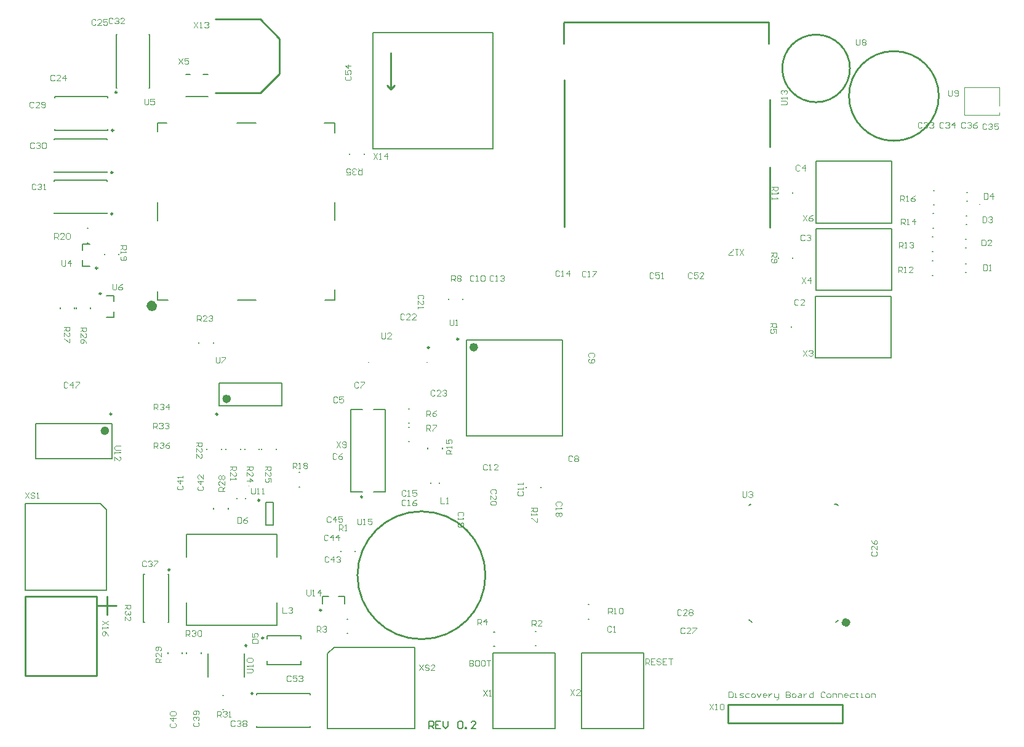
<source format=gto>
G04 Layer_Color=65535*
%FSLAX44Y44*%
%MOMM*%
G71*
G01*
G75*
%ADD53C,0.2500*%
%ADD73C,1.0000*%
%ADD74C,0.6000*%
%ADD75C,0.1000*%
%ADD76C,0.2540*%
%ADD77C,0.2000*%
D53*
X1531000Y1516000D02*
G03*
X1531000Y1516000I-1250J0D01*
G01*
X1604000Y858500D02*
G03*
X1604000Y858500I-1250J0D01*
G01*
X1718250Y688250D02*
G03*
X1718250Y688250I-1250J0D01*
G01*
X1732750Y764750D02*
G03*
X1732750Y764750I-1250J0D01*
G01*
X1504250Y1274000D02*
G03*
X1504250Y1274000I-1250J0D01*
G01*
X1709800Y754250D02*
G03*
X1709800Y754250I-1250J0D01*
G01*
X1727500Y954250D02*
G03*
X1727500Y954250I-1250J0D01*
G01*
X1526250Y1463750D02*
G03*
X1526250Y1463750I-1250J0D01*
G01*
X1525250Y1405750D02*
G03*
X1525250Y1405750I-1250J0D01*
G01*
Y1348750D02*
G03*
X1525250Y1348750I-1250J0D01*
G01*
X1509250Y1239000D02*
G03*
X1509250Y1239000I-1250J0D01*
G01*
X1869000Y959000D02*
G03*
X1869000Y959000I-1250J0D01*
G01*
X1960750Y1164500D02*
G03*
X1960750Y1164500I-1250J0D01*
G01*
X2001000Y1176250D02*
G03*
X2001000Y1176250I-1250J0D01*
G01*
X1523750Y1073250D02*
G03*
X1523750Y1073250I-1250J0D01*
G01*
X1669650Y1072750D02*
G03*
X1669650Y1072750I-1250J0D01*
G01*
X1812250Y803000D02*
G03*
X1812250Y803000I-1250J0D01*
G01*
D73*
X2535000Y786000D02*
G03*
X2535000Y786000I-1000J0D01*
G01*
X1581236Y1222000D02*
G03*
X1581236Y1222000I-2236J0D01*
G01*
D74*
X2025000Y1165000D02*
G03*
X2025000Y1165000I-3000J0D01*
G01*
X1517500Y1050000D02*
G03*
X1517500Y1050000I-3000J0D01*
G01*
X1685000Y1094000D02*
G03*
X1685000Y1094000I-3000J0D01*
G01*
D75*
X1959500Y961000D02*
G03*
X1959500Y961000I-500J0D01*
G01*
X1712500Y974000D02*
G03*
X1712500Y974000I-500J0D01*
G01*
X2718500Y1362000D02*
G03*
X2718500Y1362000I-500J0D01*
G01*
X2717500Y1330000D02*
G03*
X2717500Y1330000I-500J0D01*
G01*
X2716500Y1298000D02*
G03*
X2716500Y1298000I-500J0D01*
G01*
X2716500Y1264000D02*
G03*
X2716500Y1264000I-500J0D01*
G01*
X2697250Y1522750D02*
X2744750D01*
X2697250Y1485250D02*
Y1522750D01*
Y1485250D02*
X2744750D01*
Y1497750D02*
Y1522750D01*
Y1485250D02*
Y1488500D01*
X2373000Y690663D02*
Y682666D01*
X2376999D01*
X2378332Y683999D01*
Y689330D01*
X2376999Y690663D01*
X2373000D01*
X2380997Y682666D02*
X2383663D01*
X2382330D01*
Y687997D01*
X2380997D01*
X2387662Y682666D02*
X2391661D01*
X2392993Y683999D01*
X2391661Y685332D01*
X2388995D01*
X2387662Y686665D01*
X2388995Y687997D01*
X2392993D01*
X2400991D02*
X2396992D01*
X2395659Y686665D01*
Y683999D01*
X2396992Y682666D01*
X2400991D01*
X2404990D02*
X2407655D01*
X2408988Y683999D01*
Y686665D01*
X2407655Y687997D01*
X2404990D01*
X2403657Y686665D01*
Y683999D01*
X2404990Y682666D01*
X2411654Y687997D02*
X2414320Y682666D01*
X2416986Y687997D01*
X2423650Y682666D02*
X2420984D01*
X2419652Y683999D01*
Y686665D01*
X2420984Y687997D01*
X2423650D01*
X2424983Y686665D01*
Y685332D01*
X2419652D01*
X2427649Y687997D02*
Y682666D01*
Y685332D01*
X2428982Y686665D01*
X2430315Y687997D01*
X2431648D01*
X2435646D02*
Y683999D01*
X2436979Y682666D01*
X2440978D01*
Y681333D01*
X2439645Y680000D01*
X2438312D01*
X2440978Y682666D02*
Y687997D01*
X2451641Y690663D02*
Y682666D01*
X2455640D01*
X2456973Y683999D01*
Y685332D01*
X2455640Y686665D01*
X2451641D01*
X2455640D01*
X2456973Y687997D01*
Y689330D01*
X2455640Y690663D01*
X2451641D01*
X2460972Y682666D02*
X2463637D01*
X2464970Y683999D01*
Y686665D01*
X2463637Y687997D01*
X2460972D01*
X2459639Y686665D01*
Y683999D01*
X2460972Y682666D01*
X2468969Y687997D02*
X2471635D01*
X2472968Y686665D01*
Y682666D01*
X2468969D01*
X2467636Y683999D01*
X2468969Y685332D01*
X2472968D01*
X2475634Y687997D02*
Y682666D01*
Y685332D01*
X2476966Y686665D01*
X2478299Y687997D01*
X2479632D01*
X2488963Y690663D02*
Y682666D01*
X2484964D01*
X2483631Y683999D01*
Y686665D01*
X2484964Y687997D01*
X2488963D01*
X2504957Y689330D02*
X2503625Y690663D01*
X2500959D01*
X2499626Y689330D01*
Y683999D01*
X2500959Y682666D01*
X2503625D01*
X2504957Y683999D01*
X2508956Y682666D02*
X2511622D01*
X2512955Y683999D01*
Y686665D01*
X2511622Y687997D01*
X2508956D01*
X2507623Y686665D01*
Y683999D01*
X2508956Y682666D01*
X2515621D02*
Y687997D01*
X2519619D01*
X2520952Y686665D01*
Y682666D01*
X2523618D02*
Y687997D01*
X2527617D01*
X2528950Y686665D01*
Y682666D01*
X2535614D02*
X2532948D01*
X2531615Y683999D01*
Y686665D01*
X2532948Y687997D01*
X2535614D01*
X2536947Y686665D01*
Y685332D01*
X2531615D01*
X2544944Y687997D02*
X2540946D01*
X2539613Y686665D01*
Y683999D01*
X2540946Y682666D01*
X2544944D01*
X2548943Y689330D02*
Y687997D01*
X2547610D01*
X2550276D01*
X2548943D01*
Y683999D01*
X2550276Y682666D01*
X2554275D02*
X2556941D01*
X2555608D01*
Y687997D01*
X2554275D01*
X2562272Y682666D02*
X2564938D01*
X2566271Y683999D01*
Y686665D01*
X2564938Y687997D01*
X2562272D01*
X2560939Y686665D01*
Y683999D01*
X2562272Y682666D01*
X2568937D02*
Y687997D01*
X2572935D01*
X2574268Y686665D01*
Y682666D01*
X1806000Y773000D02*
Y780997D01*
X1809999D01*
X1811332Y779665D01*
Y776999D01*
X1809999Y775666D01*
X1806000D01*
X1808666D02*
X1811332Y773000D01*
X1813997Y779665D02*
X1815330Y780997D01*
X1817996D01*
X1819329Y779665D01*
Y778332D01*
X1817996Y776999D01*
X1816663D01*
X1817996D01*
X1819329Y775666D01*
Y774333D01*
X1817996Y773000D01*
X1815330D01*
X1813997Y774333D01*
X1836278Y912622D02*
Y920619D01*
X1840277D01*
X1841610Y919286D01*
Y916621D01*
X1840277Y915288D01*
X1836278D01*
X1838944D02*
X1841610Y912622D01*
X1844275D02*
X1846941D01*
X1845608D01*
Y920619D01*
X1844275Y919286D01*
X1862000Y928997D02*
Y922333D01*
X1863333Y921000D01*
X1865999D01*
X1867332Y922333D01*
Y928997D01*
X1869997Y921000D02*
X1872663D01*
X1871330D01*
Y928997D01*
X1869997Y927664D01*
X1881994Y928997D02*
X1876662D01*
Y924999D01*
X1879328Y926332D01*
X1880661D01*
X1881994Y924999D01*
Y922333D01*
X1880661Y921000D01*
X1877995D01*
X1876662Y922333D01*
X1792000Y830997D02*
Y824333D01*
X1793333Y823000D01*
X1795999D01*
X1797332Y824333D01*
Y830997D01*
X1799997Y823000D02*
X1802663D01*
X1801330D01*
Y830997D01*
X1799997Y829665D01*
X1810661Y823000D02*
Y830997D01*
X1806662Y826999D01*
X1811994D01*
X1582000Y1026000D02*
Y1033997D01*
X1585999D01*
X1587332Y1032664D01*
Y1029999D01*
X1585999Y1028666D01*
X1582000D01*
X1584666D02*
X1587332Y1026000D01*
X1589997Y1032664D02*
X1591330Y1033997D01*
X1593996D01*
X1595329Y1032664D01*
Y1031332D01*
X1593996Y1029999D01*
X1592663D01*
X1593996D01*
X1595329Y1028666D01*
Y1027333D01*
X1593996Y1026000D01*
X1591330D01*
X1589997Y1027333D01*
X1603326Y1033997D02*
X1600661Y1032664D01*
X1597995Y1029999D01*
Y1027333D01*
X1599328Y1026000D01*
X1601994D01*
X1603326Y1027333D01*
Y1028666D01*
X1601994Y1029999D01*
X1597995D01*
X1581000Y1053000D02*
Y1060997D01*
X1584999D01*
X1586332Y1059665D01*
Y1056999D01*
X1584999Y1055666D01*
X1581000D01*
X1583666D02*
X1586332Y1053000D01*
X1588997Y1059665D02*
X1590330Y1060997D01*
X1592996D01*
X1594329Y1059665D01*
Y1058332D01*
X1592996Y1056999D01*
X1591663D01*
X1592996D01*
X1594329Y1055666D01*
Y1054333D01*
X1592996Y1053000D01*
X1590330D01*
X1588997Y1054333D01*
X1596995Y1059665D02*
X1598328Y1060997D01*
X1600993D01*
X1602326Y1059665D01*
Y1058332D01*
X1600993Y1056999D01*
X1599661D01*
X1600993D01*
X1602326Y1055666D01*
Y1054333D01*
X1600993Y1053000D01*
X1598328D01*
X1596995Y1054333D01*
X1582000Y1079000D02*
Y1086997D01*
X1585999D01*
X1587332Y1085665D01*
Y1082999D01*
X1585999Y1081666D01*
X1582000D01*
X1584666D02*
X1587332Y1079000D01*
X1589997Y1085665D02*
X1591330Y1086997D01*
X1593996D01*
X1595329Y1085665D01*
Y1084332D01*
X1593996Y1082999D01*
X1592663D01*
X1593996D01*
X1595329Y1081666D01*
Y1080333D01*
X1593996Y1079000D01*
X1591330D01*
X1589997Y1080333D01*
X1601994Y1079000D02*
Y1086997D01*
X1597995Y1082999D01*
X1603326D01*
X1947000Y727997D02*
X1952332Y720000D01*
Y727997D02*
X1947000Y720000D01*
X1960329Y726665D02*
X1958996Y727997D01*
X1956330D01*
X1954997Y726665D01*
Y725332D01*
X1956330Y723999D01*
X1958996D01*
X1960329Y722666D01*
Y721333D01*
X1958996Y720000D01*
X1956330D01*
X1954997Y721333D01*
X1968326Y720000D02*
X1962995D01*
X1968326Y725332D01*
Y726665D01*
X1966994Y727997D01*
X1964328D01*
X1962995Y726665D01*
X1525268Y1617278D02*
X1523935Y1618611D01*
X1521269D01*
X1519936Y1617278D01*
Y1611947D01*
X1521269Y1610614D01*
X1523935D01*
X1525268Y1611947D01*
X1527933Y1617278D02*
X1529266Y1618611D01*
X1531932D01*
X1533265Y1617278D01*
Y1615946D01*
X1531932Y1614613D01*
X1530599D01*
X1531932D01*
X1533265Y1613280D01*
Y1611947D01*
X1531932Y1610614D01*
X1529266D01*
X1527933Y1611947D01*
X1541262Y1610614D02*
X1535931D01*
X1541262Y1615946D01*
Y1617278D01*
X1539930Y1618611D01*
X1537264D01*
X1535931Y1617278D01*
X1419332Y1388665D02*
X1417999Y1389997D01*
X1415333D01*
X1414000Y1388665D01*
Y1383333D01*
X1415333Y1382000D01*
X1417999D01*
X1419332Y1383333D01*
X1421997Y1388665D02*
X1423330Y1389997D01*
X1425996D01*
X1427329Y1388665D01*
Y1387332D01*
X1425996Y1385999D01*
X1424663D01*
X1425996D01*
X1427329Y1384666D01*
Y1383333D01*
X1425996Y1382000D01*
X1423330D01*
X1421997Y1383333D01*
X1429995Y1382000D02*
X1432661D01*
X1431328D01*
Y1389997D01*
X1429995Y1388665D01*
X1417332Y1445665D02*
X1415999Y1446997D01*
X1413333D01*
X1412000Y1445665D01*
Y1440333D01*
X1413333Y1439000D01*
X1415999D01*
X1417332Y1440333D01*
X1419997Y1445665D02*
X1421330Y1446997D01*
X1423996D01*
X1425329Y1445665D01*
Y1444332D01*
X1423996Y1442999D01*
X1422663D01*
X1423996D01*
X1425329Y1441666D01*
Y1440333D01*
X1423996Y1439000D01*
X1421330D01*
X1419997Y1440333D01*
X1427995Y1445665D02*
X1429328Y1446997D01*
X1431994D01*
X1433326Y1445665D01*
Y1440333D01*
X1431994Y1439000D01*
X1429328D01*
X1427995Y1440333D01*
Y1445665D01*
X1416332Y1501664D02*
X1414999Y1502997D01*
X1412333D01*
X1411000Y1501664D01*
Y1496333D01*
X1412333Y1495000D01*
X1414999D01*
X1416332Y1496333D01*
X1424329Y1495000D02*
X1418997D01*
X1424329Y1500332D01*
Y1501664D01*
X1422996Y1502997D01*
X1420330D01*
X1418997Y1501664D01*
X1426995Y1496333D02*
X1428328Y1495000D01*
X1430994D01*
X1432326Y1496333D01*
Y1501664D01*
X1430994Y1502997D01*
X1428328D01*
X1426995Y1501664D01*
Y1500332D01*
X1428328Y1498999D01*
X1432326D01*
X2322332Y1266665D02*
X2320999Y1267997D01*
X2318333D01*
X2317000Y1266665D01*
Y1261333D01*
X2318333Y1260000D01*
X2320999D01*
X2322332Y1261333D01*
X2330329Y1267997D02*
X2324997D01*
Y1263999D01*
X2327663Y1265332D01*
X2328996D01*
X2330329Y1263999D01*
Y1261333D01*
X2328996Y1260000D01*
X2326330D01*
X2324997Y1261333D01*
X2338326Y1260000D02*
X2332995D01*
X2338326Y1265332D01*
Y1266665D01*
X2336994Y1267997D01*
X2334328D01*
X2332995Y1266665D01*
X2269332D02*
X2267999Y1267997D01*
X2265333D01*
X2264000Y1266665D01*
Y1261333D01*
X2265333Y1260000D01*
X2267999D01*
X2269332Y1261333D01*
X2277329Y1267997D02*
X2271997D01*
Y1263999D01*
X2274663Y1265332D01*
X2275996D01*
X2277329Y1263999D01*
Y1261333D01*
X2275996Y1260000D01*
X2273330D01*
X2271997Y1261333D01*
X2279995Y1260000D02*
X2282661D01*
X2281328D01*
Y1267997D01*
X2279995Y1266665D01*
X1542000Y810000D02*
X1549997D01*
Y806001D01*
X1548665Y804668D01*
X1545999D01*
X1544666Y806001D01*
Y810000D01*
Y807334D02*
X1542000Y804668D01*
X1548665Y802003D02*
X1549997Y800670D01*
Y798004D01*
X1548665Y796671D01*
X1547332D01*
X1545999Y798004D01*
Y799337D01*
Y798004D01*
X1544666Y796671D01*
X1543333D01*
X1542000Y798004D01*
Y800670D01*
X1543333Y802003D01*
X1542000Y788674D02*
Y794005D01*
X1547332Y788674D01*
X1548665D01*
X1549997Y790006D01*
Y792672D01*
X1548665Y794005D01*
X2211332Y779665D02*
X2209999Y780997D01*
X2207333D01*
X2206000Y779665D01*
Y774333D01*
X2207333Y773000D01*
X2209999D01*
X2211332Y774333D01*
X2213997Y773000D02*
X2216663D01*
X2215330D01*
Y780997D01*
X2213997Y779665D01*
X2468624Y1229675D02*
X2467291Y1231007D01*
X2464625D01*
X2463292Y1229675D01*
Y1224343D01*
X2464625Y1223010D01*
X2467291D01*
X2468624Y1224343D01*
X2476621Y1223010D02*
X2471289D01*
X2476621Y1228342D01*
Y1229675D01*
X2475288Y1231007D01*
X2472622D01*
X2471289Y1229675D01*
X2477332Y1318665D02*
X2475999Y1319997D01*
X2473333D01*
X2472000Y1318665D01*
Y1313333D01*
X2473333Y1312000D01*
X2475999D01*
X2477332Y1313333D01*
X2479997Y1318665D02*
X2481330Y1319997D01*
X2483996D01*
X2485329Y1318665D01*
Y1317332D01*
X2483996Y1315999D01*
X2482663D01*
X2483996D01*
X2485329Y1314666D01*
Y1313333D01*
X2483996Y1312000D01*
X2481330D01*
X2479997Y1313333D01*
X2470656Y1414586D02*
X2469323Y1415919D01*
X2466657D01*
X2465324Y1414586D01*
Y1409255D01*
X2466657Y1407922D01*
X2469323D01*
X2470656Y1409255D01*
X2477320Y1407922D02*
Y1415919D01*
X2473321Y1411921D01*
X2478653D01*
X1834332Y1095665D02*
X1832999Y1096997D01*
X1830333D01*
X1829000Y1095665D01*
Y1090333D01*
X1830333Y1089000D01*
X1832999D01*
X1834332Y1090333D01*
X1842329Y1096997D02*
X1836997D01*
Y1092999D01*
X1839663Y1094332D01*
X1840996D01*
X1842329Y1092999D01*
Y1090333D01*
X1840996Y1089000D01*
X1838330D01*
X1836997Y1090333D01*
X1833332Y1017664D02*
X1831999Y1018997D01*
X1829333D01*
X1828000Y1017664D01*
Y1012333D01*
X1829333Y1011000D01*
X1831999D01*
X1833332Y1012333D01*
X1841329Y1018997D02*
X1838663Y1017664D01*
X1835997Y1014999D01*
Y1012333D01*
X1837330Y1011000D01*
X1839996D01*
X1841329Y1012333D01*
Y1013666D01*
X1839996Y1014999D01*
X1835997D01*
X1863332Y1115665D02*
X1861999Y1116997D01*
X1859333D01*
X1858000Y1115665D01*
Y1110333D01*
X1859333Y1109000D01*
X1861999D01*
X1863332Y1110333D01*
X1865997Y1116997D02*
X1871329D01*
Y1115665D01*
X1865997Y1110333D01*
Y1109000D01*
X2157728Y1014537D02*
X2156395Y1015869D01*
X2153729D01*
X2152396Y1014537D01*
Y1009205D01*
X2153729Y1007872D01*
X2156395D01*
X2157728Y1009205D01*
X2160393Y1014537D02*
X2161726Y1015869D01*
X2164392D01*
X2165725Y1014537D01*
Y1013204D01*
X2164392Y1011871D01*
X2165725Y1010538D01*
Y1009205D01*
X2164392Y1007872D01*
X2161726D01*
X2160393Y1009205D01*
Y1010538D01*
X2161726Y1011871D01*
X2160393Y1013204D01*
Y1014537D01*
X2161726Y1011871D02*
X2164392D01*
X2186664Y1151668D02*
X2187997Y1153001D01*
Y1155667D01*
X2186664Y1157000D01*
X2181333D01*
X2180000Y1155667D01*
Y1153001D01*
X2181333Y1151668D01*
Y1149003D02*
X2180000Y1147670D01*
Y1145004D01*
X2181333Y1143671D01*
X2186664D01*
X2187997Y1145004D01*
Y1147670D01*
X2186664Y1149003D01*
X2185332D01*
X2183999Y1147670D01*
Y1143671D01*
X2022332Y1262664D02*
X2020999Y1263997D01*
X2018333D01*
X2017000Y1262664D01*
Y1257333D01*
X2018333Y1256000D01*
X2020999D01*
X2022332Y1257333D01*
X2024997Y1256000D02*
X2027663D01*
X2026330D01*
Y1263997D01*
X2024997Y1262664D01*
X2031662D02*
X2032995Y1263997D01*
X2035661D01*
X2036994Y1262664D01*
Y1257333D01*
X2035661Y1256000D01*
X2032995D01*
X2031662Y1257333D01*
Y1262664D01*
X2083336Y966332D02*
X2082003Y964999D01*
Y962333D01*
X2083336Y961000D01*
X2088667D01*
X2090000Y962333D01*
Y964999D01*
X2088667Y966332D01*
X2090000Y968997D02*
Y971663D01*
Y970330D01*
X2082003D01*
X2083336Y968997D01*
X2090000Y975662D02*
Y978328D01*
Y976995D01*
X2082003D01*
X2083336Y975662D01*
X2040332Y1002664D02*
X2038999Y1003997D01*
X2036333D01*
X2035000Y1002664D01*
Y997333D01*
X2036333Y996000D01*
X2038999D01*
X2040332Y997333D01*
X2042997Y996000D02*
X2045663D01*
X2044330D01*
Y1003997D01*
X2042997Y1002664D01*
X2054994Y996000D02*
X2049662D01*
X2054994Y1001332D01*
Y1002664D01*
X2053661Y1003997D01*
X2050995D01*
X2049662Y1002664D01*
X2049332Y1262664D02*
X2047999Y1263997D01*
X2045333D01*
X2044000Y1262664D01*
Y1257333D01*
X2045333Y1256000D01*
X2047999D01*
X2049332Y1257333D01*
X2051997Y1256000D02*
X2054663D01*
X2053330D01*
Y1263997D01*
X2051997Y1262664D01*
X2058662D02*
X2059995Y1263997D01*
X2062661D01*
X2063994Y1262664D01*
Y1261332D01*
X2062661Y1259999D01*
X2061328D01*
X2062661D01*
X2063994Y1258666D01*
Y1257333D01*
X2062661Y1256000D01*
X2059995D01*
X2058662Y1257333D01*
X2139694Y1269298D02*
X2138361Y1270631D01*
X2135695D01*
X2134362Y1269298D01*
Y1263967D01*
X2135695Y1262634D01*
X2138361D01*
X2139694Y1263967D01*
X2142359Y1262634D02*
X2145025D01*
X2143692D01*
Y1270631D01*
X2142359Y1269298D01*
X2153023Y1262634D02*
Y1270631D01*
X2149024Y1266633D01*
X2154356D01*
X1928332Y966665D02*
X1926999Y967997D01*
X1924333D01*
X1923000Y966665D01*
Y961333D01*
X1924333Y960000D01*
X1926999D01*
X1928332Y961333D01*
X1930997Y960000D02*
X1933663D01*
X1932330D01*
Y967997D01*
X1930997Y966665D01*
X1942993Y967997D02*
X1937662D01*
Y963999D01*
X1940328Y965332D01*
X1941661D01*
X1942993Y963999D01*
Y961333D01*
X1941661Y960000D01*
X1938995D01*
X1937662Y961333D01*
X1928332Y953664D02*
X1926999Y954997D01*
X1924333D01*
X1923000Y953664D01*
Y948333D01*
X1924333Y947000D01*
X1926999D01*
X1928332Y948333D01*
X1930997Y947000D02*
X1933663D01*
X1932330D01*
Y954997D01*
X1930997Y953664D01*
X1942993Y954997D02*
X1940328Y953664D01*
X1937662Y950999D01*
Y948333D01*
X1938995Y947000D01*
X1941661D01*
X1942993Y948333D01*
Y949666D01*
X1941661Y950999D01*
X1937662D01*
X2176332Y1268664D02*
X2174999Y1269997D01*
X2172333D01*
X2171000Y1268664D01*
Y1263333D01*
X2172333Y1262000D01*
X2174999D01*
X2176332Y1263333D01*
X2178997Y1262000D02*
X2181663D01*
X2180330D01*
Y1269997D01*
X2178997Y1268664D01*
X2185662Y1269997D02*
X2190994D01*
Y1268664D01*
X2185662Y1263333D01*
Y1262000D01*
X2141664Y946668D02*
X2142997Y948001D01*
Y950667D01*
X2141664Y952000D01*
X2136333D01*
X2135000Y950667D01*
Y948001D01*
X2136333Y946668D01*
X2135000Y944003D02*
Y941337D01*
Y942670D01*
X2142997D01*
X2141664Y944003D01*
Y937338D02*
X2142997Y936005D01*
Y933339D01*
X2141664Y932006D01*
X2140332D01*
X2138999Y933339D01*
X2137666Y932006D01*
X2136333D01*
X2135000Y933339D01*
Y936005D01*
X2136333Y937338D01*
X2137666D01*
X2138999Y936005D01*
X2140332Y937338D01*
X2141664D01*
X2138999Y936005D02*
Y933339D01*
X2006664Y932668D02*
X2007997Y934001D01*
Y936667D01*
X2006664Y938000D01*
X2001333D01*
X2000000Y936667D01*
Y934001D01*
X2001333Y932668D01*
X2000000Y930003D02*
Y927337D01*
Y928670D01*
X2007997D01*
X2006664Y930003D01*
X2001333Y923338D02*
X2000000Y922005D01*
Y919339D01*
X2001333Y918006D01*
X2006664D01*
X2007997Y919339D01*
Y922005D01*
X2006664Y923338D01*
X2005332D01*
X2003999Y922005D01*
Y918006D01*
X2051664Y963668D02*
X2052997Y965001D01*
Y967667D01*
X2051664Y969000D01*
X2046333D01*
X2045000Y967667D01*
Y965001D01*
X2046333Y963668D01*
X2045000Y955671D02*
Y961003D01*
X2050332Y955671D01*
X2051664D01*
X2052997Y957004D01*
Y959670D01*
X2051664Y961003D01*
Y953005D02*
X2052997Y951672D01*
Y949006D01*
X2051664Y947673D01*
X2046333D01*
X2045000Y949006D01*
Y951672D01*
X2046333Y953005D01*
X2051664D01*
X1951664Y1231668D02*
X1952997Y1233001D01*
Y1235667D01*
X1951664Y1237000D01*
X1946333D01*
X1945000Y1235667D01*
Y1233001D01*
X1946333Y1231668D01*
X1945000Y1223671D02*
Y1229003D01*
X1950332Y1223671D01*
X1951664D01*
X1952997Y1225004D01*
Y1227670D01*
X1951664Y1229003D01*
X1945000Y1221005D02*
Y1218339D01*
Y1219672D01*
X1952997D01*
X1951664Y1221005D01*
X1926332Y1209665D02*
X1924999Y1210997D01*
X1922333D01*
X1921000Y1209665D01*
Y1204333D01*
X1922333Y1203000D01*
X1924999D01*
X1926332Y1204333D01*
X1934329Y1203000D02*
X1928997D01*
X1934329Y1208332D01*
Y1209665D01*
X1932996Y1210997D01*
X1930330D01*
X1928997Y1209665D01*
X1942326Y1203000D02*
X1936995D01*
X1942326Y1208332D01*
Y1209665D01*
X1940994Y1210997D01*
X1938328D01*
X1936995Y1209665D01*
X1968332Y1104665D02*
X1966999Y1105997D01*
X1964333D01*
X1963000Y1104665D01*
Y1099333D01*
X1964333Y1098000D01*
X1966999D01*
X1968332Y1099333D01*
X1976329Y1098000D02*
X1970997D01*
X1976329Y1103332D01*
Y1104665D01*
X1974996Y1105997D01*
X1972330D01*
X1970997Y1104665D01*
X1978995D02*
X1980328Y1105997D01*
X1982993D01*
X1984326Y1104665D01*
Y1103332D01*
X1982993Y1101999D01*
X1981661D01*
X1982993D01*
X1984326Y1100666D01*
Y1099333D01*
X1982993Y1098000D01*
X1980328D01*
X1978995Y1099333D01*
X2570335Y883332D02*
X2569003Y881999D01*
Y879333D01*
X2570335Y878000D01*
X2575667D01*
X2577000Y879333D01*
Y881999D01*
X2575667Y883332D01*
X2577000Y891329D02*
Y885997D01*
X2571668Y891329D01*
X2570335D01*
X2569003Y889996D01*
Y887330D01*
X2570335Y885997D01*
X2569003Y899326D02*
X2570335Y896661D01*
X2573001Y893995D01*
X2575667D01*
X2577000Y895328D01*
Y897994D01*
X2575667Y899326D01*
X2574334D01*
X2573001Y897994D01*
Y893995D01*
X2312332Y777664D02*
X2310999Y778997D01*
X2308333D01*
X2307000Y777664D01*
Y772333D01*
X2308333Y771000D01*
X2310999D01*
X2312332Y772333D01*
X2320329Y771000D02*
X2314997D01*
X2320329Y776332D01*
Y777664D01*
X2318996Y778997D01*
X2316330D01*
X2314997Y777664D01*
X2322995Y778997D02*
X2328327D01*
Y777664D01*
X2322995Y772333D01*
Y771000D01*
X2307332Y802664D02*
X2305999Y803997D01*
X2303333D01*
X2302000Y802664D01*
Y797333D01*
X2303333Y796000D01*
X2305999D01*
X2307332Y797333D01*
X2315329Y796000D02*
X2309997D01*
X2315329Y801332D01*
Y802664D01*
X2313996Y803997D01*
X2311330D01*
X2309997Y802664D01*
X2317995D02*
X2319328Y803997D01*
X2321994D01*
X2323326Y802664D01*
Y801332D01*
X2321994Y799999D01*
X2323326Y798666D01*
Y797333D01*
X2321994Y796000D01*
X2319328D01*
X2317995Y797333D01*
Y798666D01*
X2319328Y799999D01*
X2317995Y801332D01*
Y802664D01*
X2319328Y799999D02*
X2321994D01*
X2638332Y1473665D02*
X2636999Y1474997D01*
X2634333D01*
X2633000Y1473665D01*
Y1468333D01*
X2634333Y1467000D01*
X2636999D01*
X2638332Y1468333D01*
X2640997Y1473665D02*
X2642330Y1474997D01*
X2644996D01*
X2646329Y1473665D01*
Y1472332D01*
X2644996Y1470999D01*
X2643663D01*
X2644996D01*
X2646329Y1469666D01*
Y1468333D01*
X2644996Y1467000D01*
X2642330D01*
X2640997Y1468333D01*
X2648995Y1473665D02*
X2650328Y1474997D01*
X2652993D01*
X2654326Y1473665D01*
Y1472332D01*
X2652993Y1470999D01*
X2651660D01*
X2652993D01*
X2654326Y1469666D01*
Y1468333D01*
X2652993Y1467000D01*
X2650328D01*
X2648995Y1468333D01*
X2668332Y1473665D02*
X2666999Y1474997D01*
X2664333D01*
X2663000Y1473665D01*
Y1468333D01*
X2664333Y1467000D01*
X2666999D01*
X2668332Y1468333D01*
X2670997Y1473665D02*
X2672330Y1474997D01*
X2674996D01*
X2676329Y1473665D01*
Y1472332D01*
X2674996Y1470999D01*
X2673663D01*
X2674996D01*
X2676329Y1469666D01*
Y1468333D01*
X2674996Y1467000D01*
X2672330D01*
X2670997Y1468333D01*
X2682993Y1467000D02*
Y1474997D01*
X2678995Y1470999D01*
X2684326D01*
X2727332Y1471664D02*
X2725999Y1472997D01*
X2723333D01*
X2722000Y1471664D01*
Y1466333D01*
X2723333Y1465000D01*
X2725999D01*
X2727332Y1466333D01*
X2729997Y1471664D02*
X2731330Y1472997D01*
X2733996D01*
X2735329Y1471664D01*
Y1470332D01*
X2733996Y1468999D01*
X2732663D01*
X2733996D01*
X2735329Y1467666D01*
Y1466333D01*
X2733996Y1465000D01*
X2731330D01*
X2729997Y1466333D01*
X2743326Y1472997D02*
X2737995D01*
Y1468999D01*
X2740661Y1470332D01*
X2741994D01*
X2743326Y1468999D01*
Y1466333D01*
X2741994Y1465000D01*
X2739328D01*
X2737995Y1466333D01*
X2698332Y1473665D02*
X2696999Y1474997D01*
X2694333D01*
X2693000Y1473665D01*
Y1468333D01*
X2694333Y1467000D01*
X2696999D01*
X2698332Y1468333D01*
X2700997Y1473665D02*
X2702330Y1474997D01*
X2704996D01*
X2706329Y1473665D01*
Y1472332D01*
X2704996Y1470999D01*
X2703663D01*
X2704996D01*
X2706329Y1469666D01*
Y1468333D01*
X2704996Y1467000D01*
X2702330D01*
X2700997Y1468333D01*
X2714326Y1474997D02*
X2711660Y1473665D01*
X2708995Y1470999D01*
Y1468333D01*
X2710328Y1467000D01*
X2712993D01*
X2714326Y1468333D01*
Y1469666D01*
X2712993Y1470999D01*
X2708995D01*
X1571332Y869665D02*
X1569999Y870997D01*
X1567333D01*
X1566000Y869665D01*
Y864333D01*
X1567333Y863000D01*
X1569999D01*
X1571332Y864333D01*
X1573997Y869665D02*
X1575330Y870997D01*
X1577996D01*
X1579329Y869665D01*
Y868332D01*
X1577996Y866999D01*
X1576663D01*
X1577996D01*
X1579329Y865666D01*
Y864333D01*
X1577996Y863000D01*
X1575330D01*
X1573997Y864333D01*
X1581995Y870997D02*
X1587326D01*
Y869665D01*
X1581995Y864333D01*
Y863000D01*
X1693332Y649665D02*
X1691999Y650997D01*
X1689333D01*
X1688000Y649665D01*
Y644333D01*
X1689333Y643000D01*
X1691999D01*
X1693332Y644333D01*
X1695997Y649665D02*
X1697330Y650997D01*
X1699996D01*
X1701329Y649665D01*
Y648332D01*
X1699996Y646999D01*
X1698663D01*
X1699996D01*
X1701329Y645666D01*
Y644333D01*
X1699996Y643000D01*
X1697330D01*
X1695997Y644333D01*
X1703995Y649665D02*
X1705328Y650997D01*
X1707994D01*
X1709326Y649665D01*
Y648332D01*
X1707994Y646999D01*
X1709326Y645666D01*
Y644333D01*
X1707994Y643000D01*
X1705328D01*
X1703995Y644333D01*
Y645666D01*
X1705328Y646999D01*
X1703995Y648332D01*
Y649665D01*
X1705328Y646999D02*
X1707994D01*
X1637336Y648332D02*
X1636003Y646999D01*
Y644333D01*
X1637336Y643000D01*
X1642667D01*
X1644000Y644333D01*
Y646999D01*
X1642667Y648332D01*
X1637336Y650997D02*
X1636003Y652330D01*
Y654996D01*
X1637336Y656329D01*
X1638668D01*
X1640001Y654996D01*
Y653663D01*
Y654996D01*
X1641334Y656329D01*
X1642667D01*
X1644000Y654996D01*
Y652330D01*
X1642667Y650997D01*
Y658995D02*
X1644000Y660328D01*
Y662993D01*
X1642667Y664326D01*
X1637336D01*
X1636003Y662993D01*
Y660328D01*
X1637336Y658995D01*
X1638668D01*
X1640001Y660328D01*
Y664326D01*
X1605336Y647332D02*
X1604003Y645999D01*
Y643333D01*
X1605336Y642000D01*
X1610667D01*
X1612000Y643333D01*
Y645999D01*
X1610667Y647332D01*
X1612000Y653996D02*
X1604003D01*
X1608001Y649997D01*
Y655329D01*
X1605336Y657995D02*
X1604003Y659328D01*
Y661993D01*
X1605336Y663326D01*
X1610667D01*
X1612000Y661993D01*
Y659328D01*
X1610667Y657995D01*
X1605336D01*
X1615336Y974332D02*
X1614003Y972999D01*
Y970333D01*
X1615336Y969000D01*
X1620667D01*
X1622000Y970333D01*
Y972999D01*
X1620667Y974332D01*
X1622000Y980996D02*
X1614003D01*
X1618001Y976997D01*
Y982329D01*
X1622000Y984995D02*
Y987661D01*
Y986328D01*
X1614003D01*
X1615336Y984995D01*
X1643336Y973332D02*
X1642003Y971999D01*
Y969333D01*
X1643336Y968000D01*
X1648667D01*
X1650000Y969333D01*
Y971999D01*
X1648667Y973332D01*
X1650000Y979996D02*
X1642003D01*
X1646001Y975997D01*
Y981329D01*
X1650000Y989326D02*
Y983995D01*
X1644668Y989326D01*
X1643336D01*
X1642003Y987994D01*
Y985328D01*
X1643336Y983995D01*
X1822332Y875665D02*
X1820999Y876997D01*
X1818333D01*
X1817000Y875665D01*
Y870333D01*
X1818333Y869000D01*
X1820999D01*
X1822332Y870333D01*
X1828996Y869000D02*
Y876997D01*
X1824997Y872999D01*
X1830329D01*
X1832995Y875665D02*
X1834328Y876997D01*
X1836994D01*
X1838326Y875665D01*
Y874332D01*
X1836994Y872999D01*
X1835661D01*
X1836994D01*
X1838326Y871666D01*
Y870333D01*
X1836994Y869000D01*
X1834328D01*
X1832995Y870333D01*
X1821332Y905665D02*
X1819999Y906997D01*
X1817333D01*
X1816000Y905665D01*
Y900333D01*
X1817333Y899000D01*
X1819999D01*
X1821332Y900333D01*
X1827996Y899000D02*
Y906997D01*
X1823997Y902999D01*
X1829329D01*
X1835994Y899000D02*
Y906997D01*
X1831995Y902999D01*
X1837326D01*
X1825332Y930665D02*
X1823999Y931997D01*
X1821333D01*
X1820000Y930665D01*
Y925333D01*
X1821333Y924000D01*
X1823999D01*
X1825332Y925333D01*
X1831996Y924000D02*
Y931997D01*
X1827997Y927999D01*
X1833329D01*
X1841326Y931997D02*
X1835995D01*
Y927999D01*
X1838661Y929332D01*
X1839994D01*
X1841326Y927999D01*
Y925333D01*
X1839994Y924000D01*
X1837328D01*
X1835995Y925333D01*
X2723000Y1278997D02*
Y1271000D01*
X2726999D01*
X2728332Y1272333D01*
Y1277664D01*
X2726999Y1278997D01*
X2723000D01*
X2730997Y1271000D02*
X2733663D01*
X2732330D01*
Y1278997D01*
X2730997Y1277664D01*
X2721000Y1312997D02*
Y1305000D01*
X2724999D01*
X2726331Y1306333D01*
Y1311664D01*
X2724999Y1312997D01*
X2721000D01*
X2734329Y1305000D02*
X2728997D01*
X2734329Y1310332D01*
Y1311664D01*
X2732996Y1312997D01*
X2730330D01*
X2728997Y1311664D01*
X2722000Y1344997D02*
Y1337000D01*
X2725999D01*
X2727332Y1338333D01*
Y1343665D01*
X2725999Y1344997D01*
X2722000D01*
X2729997Y1343665D02*
X2731330Y1344997D01*
X2733996D01*
X2735329Y1343665D01*
Y1342332D01*
X2733996Y1340999D01*
X2732663D01*
X2733996D01*
X2735329Y1339666D01*
Y1338333D01*
X2733996Y1337000D01*
X2731330D01*
X2729997Y1338333D01*
X2724000Y1376997D02*
Y1369000D01*
X2727999D01*
X2729332Y1370333D01*
Y1375665D01*
X2727999Y1376997D01*
X2724000D01*
X2735996Y1369000D02*
Y1376997D01*
X2731997Y1372999D01*
X2737329D01*
X1717003Y758000D02*
X1725000D01*
Y761999D01*
X1723667Y763332D01*
X1718336D01*
X1717003Y761999D01*
Y758000D01*
Y771329D02*
Y765997D01*
X1721001D01*
X1719668Y768663D01*
Y769996D01*
X1721001Y771329D01*
X1723667D01*
X1725000Y769996D01*
Y767330D01*
X1723667Y765997D01*
X1697000Y930997D02*
Y923000D01*
X1700999D01*
X1702332Y924333D01*
Y929665D01*
X1700999Y930997D01*
X1697000D01*
X1710329D02*
X1707663Y929665D01*
X1704997Y926999D01*
Y924333D01*
X1706330Y923000D01*
X1708996D01*
X1710329Y924333D01*
Y925666D01*
X1708996Y926999D01*
X1704997D01*
X1976000Y957997D02*
Y950000D01*
X1981332D01*
X1983997D02*
X1986663D01*
X1985330D01*
Y957997D01*
X1983997Y956665D01*
X1759000Y806997D02*
Y799000D01*
X1764332D01*
X1766997Y805665D02*
X1768330Y806997D01*
X1770996D01*
X1772329Y805665D01*
Y804332D01*
X1770996Y802999D01*
X1769663D01*
X1770996D01*
X1772329Y801666D01*
Y800333D01*
X1770996Y799000D01*
X1768330D01*
X1766997Y800333D01*
X2102000Y781000D02*
Y788997D01*
X2105999D01*
X2107332Y787664D01*
Y784999D01*
X2105999Y783666D01*
X2102000D01*
X2104666D02*
X2107332Y781000D01*
X2115329D02*
X2109997D01*
X2115329Y786332D01*
Y787664D01*
X2113996Y788997D01*
X2111330D01*
X2109997Y787664D01*
X2430000Y1198000D02*
X2437997D01*
Y1194001D01*
X2436664Y1192668D01*
X2433999D01*
X2432666Y1194001D01*
Y1198000D01*
Y1195334D02*
X2430000Y1192668D01*
X2437997Y1184671D02*
Y1190003D01*
X2433999D01*
X2435332Y1187337D01*
Y1186004D01*
X2433999Y1184671D01*
X2431333D01*
X2430000Y1186004D01*
Y1188670D01*
X2431333Y1190003D01*
X1957000Y1070000D02*
Y1077997D01*
X1960999D01*
X1962332Y1076665D01*
Y1073999D01*
X1960999Y1072666D01*
X1957000D01*
X1959666D02*
X1962332Y1070000D01*
X1970329Y1077997D02*
X1967663Y1076665D01*
X1964997Y1073999D01*
Y1071333D01*
X1966330Y1070000D01*
X1968996D01*
X1970329Y1071333D01*
Y1072666D01*
X1968996Y1073999D01*
X1964997D01*
X1957000Y1050000D02*
Y1057997D01*
X1960999D01*
X1962332Y1056665D01*
Y1053999D01*
X1960999Y1052666D01*
X1957000D01*
X1959666D02*
X1962332Y1050000D01*
X1964997Y1057997D02*
X1970329D01*
Y1056665D01*
X1964997Y1051333D01*
Y1050000D01*
X1991000Y1256000D02*
Y1263997D01*
X1994999D01*
X1996332Y1262664D01*
Y1259999D01*
X1994999Y1258666D01*
X1991000D01*
X1993666D02*
X1996332Y1256000D01*
X1998997Y1262664D02*
X2000330Y1263997D01*
X2002996D01*
X2004329Y1262664D01*
Y1261332D01*
X2002996Y1259999D01*
X2004329Y1258666D01*
Y1257333D01*
X2002996Y1256000D01*
X2000330D01*
X1998997Y1257333D01*
Y1258666D01*
X2000330Y1259999D01*
X1998997Y1261332D01*
Y1262664D01*
X2000330Y1259999D02*
X2002996D01*
X2431000Y1295000D02*
X2438997D01*
Y1291001D01*
X2437664Y1289669D01*
X2434999D01*
X2433666Y1291001D01*
Y1295000D01*
Y1292334D02*
X2431000Y1289669D01*
X2432333Y1287003D02*
X2431000Y1285670D01*
Y1283004D01*
X2432333Y1281671D01*
X2437664D01*
X2438997Y1283004D01*
Y1285670D01*
X2437664Y1287003D01*
X2436332D01*
X2434999Y1285670D01*
Y1281671D01*
X2207000Y798000D02*
Y805997D01*
X2210999D01*
X2212332Y804665D01*
Y801999D01*
X2210999Y800666D01*
X2207000D01*
X2209666D02*
X2212332Y798000D01*
X2214997D02*
X2217663D01*
X2216330D01*
Y805997D01*
X2214997Y804665D01*
X2221662D02*
X2222995Y805997D01*
X2225661D01*
X2226994Y804665D01*
Y799333D01*
X2225661Y798000D01*
X2222995D01*
X2221662Y799333D01*
Y804665D01*
X2432000Y1386000D02*
X2439997D01*
Y1382001D01*
X2438665Y1380668D01*
X2435999D01*
X2434666Y1382001D01*
Y1386000D01*
Y1383334D02*
X2432000Y1380668D01*
Y1378002D02*
Y1375337D01*
Y1376670D01*
X2439997D01*
X2438665Y1378002D01*
X2432000Y1371338D02*
Y1368672D01*
Y1370005D01*
X2439997D01*
X2438665Y1371338D01*
X2606000Y1268000D02*
Y1275997D01*
X2609999D01*
X2611331Y1274665D01*
Y1271999D01*
X2609999Y1270666D01*
X2606000D01*
X2608666D02*
X2611331Y1268000D01*
X2613997D02*
X2616663D01*
X2615330D01*
Y1275997D01*
X2613997Y1274665D01*
X2625994Y1268000D02*
X2620662D01*
X2625994Y1273332D01*
Y1274665D01*
X2624661Y1275997D01*
X2621995D01*
X2620662Y1274665D01*
X2607000Y1302000D02*
Y1309997D01*
X2610999D01*
X2612332Y1308665D01*
Y1305999D01*
X2610999Y1304666D01*
X2607000D01*
X2609666D02*
X2612332Y1302000D01*
X2614997D02*
X2617663D01*
X2616330D01*
Y1309997D01*
X2614997Y1308665D01*
X2621662D02*
X2622995Y1309997D01*
X2625661D01*
X2626993Y1308665D01*
Y1307332D01*
X2625661Y1305999D01*
X2624328D01*
X2625661D01*
X2626993Y1304666D01*
Y1303333D01*
X2625661Y1302000D01*
X2622995D01*
X2621662Y1303333D01*
X2610000Y1334000D02*
Y1341997D01*
X2613999D01*
X2615332Y1340665D01*
Y1337999D01*
X2613999Y1336666D01*
X2610000D01*
X2612666D02*
X2615332Y1334000D01*
X2617997D02*
X2620663D01*
X2619330D01*
Y1341997D01*
X2617997Y1340665D01*
X2628661Y1334000D02*
Y1341997D01*
X2624662Y1337999D01*
X2629994D01*
X1992000Y1018000D02*
X1984003D01*
Y1021999D01*
X1985336Y1023332D01*
X1988001D01*
X1989334Y1021999D01*
Y1018000D01*
Y1020666D02*
X1992000Y1023332D01*
Y1025997D02*
Y1028663D01*
Y1027330D01*
X1984003D01*
X1985336Y1025997D01*
X1984003Y1037994D02*
Y1032662D01*
X1988001D01*
X1986668Y1035328D01*
Y1036661D01*
X1988001Y1037994D01*
X1990667D01*
X1992000Y1036661D01*
Y1033995D01*
X1990667Y1032662D01*
X2609000Y1366000D02*
Y1373997D01*
X2612999D01*
X2614332Y1372664D01*
Y1369999D01*
X2612999Y1368666D01*
X2609000D01*
X2611666D02*
X2614332Y1366000D01*
X2616997D02*
X2619663D01*
X2618330D01*
Y1373997D01*
X2616997Y1372664D01*
X2628994Y1373997D02*
X2626328Y1372664D01*
X2623662Y1369999D01*
Y1367333D01*
X2624995Y1366000D01*
X2627661D01*
X2628994Y1367333D01*
Y1368666D01*
X2627661Y1369999D01*
X2623662D01*
X2101000Y944000D02*
X2108997D01*
Y940001D01*
X2107664Y938668D01*
X2104999D01*
X2103666Y940001D01*
Y944000D01*
Y941334D02*
X2101000Y938668D01*
Y936003D02*
Y933337D01*
Y934670D01*
X2108997D01*
X2107664Y936003D01*
X2108997Y929338D02*
Y924006D01*
X2107664D01*
X2102333Y929338D01*
X2101000D01*
X1773000Y998000D02*
Y1005997D01*
X1776999D01*
X1778332Y1004665D01*
Y1001999D01*
X1776999Y1000666D01*
X1773000D01*
X1775666D02*
X1778332Y998000D01*
X1780997D02*
X1783663D01*
X1782330D01*
Y1005997D01*
X1780997Y1004665D01*
X1787662D02*
X1788995Y1005997D01*
X1791661D01*
X1792993Y1004665D01*
Y1003332D01*
X1791661Y1001999D01*
X1792993Y1000666D01*
Y999333D01*
X1791661Y998000D01*
X1788995D01*
X1787662Y999333D01*
Y1000666D01*
X1788995Y1001999D01*
X1787662Y1003332D01*
Y1004665D01*
X1788995Y1001999D02*
X1791661D01*
X1536000Y1305000D02*
X1543997D01*
Y1301001D01*
X1542664Y1299668D01*
X1539999D01*
X1538666Y1301001D01*
Y1305000D01*
Y1302334D02*
X1536000Y1299668D01*
Y1297003D02*
Y1294337D01*
Y1295670D01*
X1543997D01*
X1542664Y1297003D01*
X1537333Y1290338D02*
X1536000Y1289005D01*
Y1286339D01*
X1537333Y1285007D01*
X1542664D01*
X1543997Y1286339D01*
Y1289005D01*
X1542664Y1290338D01*
X1541332D01*
X1539999Y1289005D01*
Y1285007D01*
X1445000Y1314000D02*
Y1321997D01*
X1448999D01*
X1450332Y1320665D01*
Y1317999D01*
X1448999Y1316666D01*
X1445000D01*
X1447666D02*
X1450332Y1314000D01*
X1458329D02*
X1452997D01*
X1458329Y1319332D01*
Y1320665D01*
X1456996Y1321997D01*
X1454330D01*
X1452997Y1320665D01*
X1460995D02*
X1462328Y1321997D01*
X1464994D01*
X1466326Y1320665D01*
Y1315333D01*
X1464994Y1314000D01*
X1462328D01*
X1460995Y1315333D01*
Y1320665D01*
X1687000Y1000785D02*
X1694997D01*
Y996787D01*
X1693665Y995454D01*
X1690999D01*
X1689666Y996787D01*
Y1000785D01*
Y998120D02*
X1687000Y995454D01*
Y987456D02*
Y992788D01*
X1692332Y987456D01*
X1693665D01*
X1694997Y988789D01*
Y991455D01*
X1693665Y992788D01*
X1687000Y984790D02*
Y982125D01*
Y983457D01*
X1694997D01*
X1693665Y984790D01*
X1640000Y1034000D02*
X1647997D01*
Y1030001D01*
X1646664Y1028668D01*
X1643999D01*
X1642666Y1030001D01*
Y1034000D01*
Y1031334D02*
X1640000Y1028668D01*
Y1020671D02*
Y1026003D01*
X1645332Y1020671D01*
X1646664D01*
X1647997Y1022004D01*
Y1024670D01*
X1646664Y1026003D01*
X1640000Y1012673D02*
Y1018005D01*
X1645332Y1012673D01*
X1646664D01*
X1647997Y1014006D01*
Y1016672D01*
X1646664Y1018005D01*
X1641348Y1200912D02*
Y1208909D01*
X1645347D01*
X1646680Y1207577D01*
Y1204911D01*
X1645347Y1203578D01*
X1641348D01*
X1644014D02*
X1646680Y1200912D01*
X1654677D02*
X1649345D01*
X1654677Y1206244D01*
Y1207577D01*
X1653344Y1208909D01*
X1650678D01*
X1649345Y1207577D01*
X1657343D02*
X1658676Y1208909D01*
X1661342D01*
X1662674Y1207577D01*
Y1206244D01*
X1661342Y1204911D01*
X1660009D01*
X1661342D01*
X1662674Y1203578D01*
Y1202245D01*
X1661342Y1200912D01*
X1658676D01*
X1657343Y1202245D01*
X1710000Y1000785D02*
X1717997D01*
Y996787D01*
X1716664Y995454D01*
X1713999D01*
X1712666Y996787D01*
Y1000785D01*
Y998120D02*
X1710000Y995454D01*
Y987456D02*
Y992788D01*
X1715332Y987456D01*
X1716664D01*
X1717997Y988789D01*
Y991455D01*
X1716664Y992788D01*
X1710000Y980792D02*
X1717997D01*
X1713999Y984790D01*
Y979459D01*
X1735000Y1000785D02*
X1742997D01*
Y996787D01*
X1741664Y995454D01*
X1738999D01*
X1737666Y996787D01*
Y1000785D01*
Y998120D02*
X1735000Y995454D01*
Y987456D02*
Y992788D01*
X1740332Y987456D01*
X1741664D01*
X1742997Y988789D01*
Y991455D01*
X1741664Y992788D01*
X1742997Y979459D02*
Y984790D01*
X1738999D01*
X1740332Y982125D01*
Y980792D01*
X1738999Y979459D01*
X1736333D01*
X1735000Y980792D01*
Y983457D01*
X1736333Y984790D01*
X1481000Y1192000D02*
X1488997D01*
Y1188001D01*
X1487664Y1186668D01*
X1484999D01*
X1483666Y1188001D01*
Y1192000D01*
Y1189334D02*
X1481000Y1186668D01*
Y1178671D02*
Y1184003D01*
X1486332Y1178671D01*
X1487664D01*
X1488997Y1180004D01*
Y1182670D01*
X1487664Y1184003D01*
X1488997Y1170674D02*
X1487664Y1173339D01*
X1484999Y1176005D01*
X1482333D01*
X1481000Y1174672D01*
Y1172006D01*
X1482333Y1170674D01*
X1483666D01*
X1484999Y1172006D01*
Y1176005D01*
X1458000Y1193000D02*
X1465997D01*
Y1189001D01*
X1464664Y1187668D01*
X1461999D01*
X1460666Y1189001D01*
Y1193000D01*
Y1190334D02*
X1458000Y1187668D01*
Y1179671D02*
Y1185003D01*
X1463332Y1179671D01*
X1464664D01*
X1465997Y1181004D01*
Y1183670D01*
X1464664Y1185003D01*
X1465997Y1177005D02*
Y1171674D01*
X1464664D01*
X1459333Y1177005D01*
X1458000D01*
X1679000Y967000D02*
X1671003D01*
Y970999D01*
X1672336Y972332D01*
X1675001D01*
X1676334Y970999D01*
Y967000D01*
Y969666D02*
X1679000Y972332D01*
Y980329D02*
Y974997D01*
X1673668Y980329D01*
X1672336D01*
X1671003Y978996D01*
Y976330D01*
X1672336Y974997D01*
Y982995D02*
X1671003Y984328D01*
Y986994D01*
X1672336Y988326D01*
X1673668D01*
X1675001Y986994D01*
X1676334Y988326D01*
X1677667D01*
X1679000Y986994D01*
Y984328D01*
X1677667Y982995D01*
X1676334D01*
X1675001Y984328D01*
X1673668Y982995D01*
X1672336D01*
X1675001Y984328D02*
Y986994D01*
X1592000Y731000D02*
X1584003D01*
Y734999D01*
X1585336Y736332D01*
X1588001D01*
X1589334Y734999D01*
Y731000D01*
Y733666D02*
X1592000Y736332D01*
Y744329D02*
Y738997D01*
X1586668Y744329D01*
X1585336D01*
X1584003Y742996D01*
Y740330D01*
X1585336Y738997D01*
X1590667Y746995D02*
X1592000Y748328D01*
Y750993D01*
X1590667Y752326D01*
X1585336D01*
X1584003Y750993D01*
Y748328D01*
X1585336Y746995D01*
X1586668D01*
X1588001Y748328D01*
Y752326D01*
X1626000Y767000D02*
Y774997D01*
X1629999D01*
X1631332Y773664D01*
Y770999D01*
X1629999Y769666D01*
X1626000D01*
X1628666D02*
X1631332Y767000D01*
X1633997Y773664D02*
X1635330Y774997D01*
X1637996D01*
X1639329Y773664D01*
Y772332D01*
X1637996Y770999D01*
X1636663D01*
X1637996D01*
X1639329Y769666D01*
Y768333D01*
X1637996Y767000D01*
X1635330D01*
X1633997Y768333D01*
X1641995Y773664D02*
X1643328Y774997D01*
X1645994D01*
X1647326Y773664D01*
Y768333D01*
X1645994Y767000D01*
X1643328D01*
X1641995Y768333D01*
Y773664D01*
X1669000Y656000D02*
Y663997D01*
X1672999D01*
X1674332Y662664D01*
Y659999D01*
X1672999Y658666D01*
X1669000D01*
X1671666D02*
X1674332Y656000D01*
X1676997Y662664D02*
X1678330Y663997D01*
X1680996D01*
X1682329Y662664D01*
Y661332D01*
X1680996Y659999D01*
X1679663D01*
X1680996D01*
X1682329Y658666D01*
Y657333D01*
X1680996Y656000D01*
X1678330D01*
X1676997Y657333D01*
X1684995Y656000D02*
X1687661D01*
X1686328D01*
Y663997D01*
X1684995Y662664D01*
X1989000Y1202997D02*
Y1196333D01*
X1990333Y1195000D01*
X1992999D01*
X1994332Y1196333D01*
Y1202997D01*
X1996997Y1195000D02*
X1999663D01*
X1998330D01*
Y1202997D01*
X1996997Y1201665D01*
X2391918Y966593D02*
Y959929D01*
X2393251Y958596D01*
X2395917D01*
X2397250Y959929D01*
Y966593D01*
X2399915Y965260D02*
X2401248Y966593D01*
X2403914D01*
X2405247Y965260D01*
Y963928D01*
X2403914Y962595D01*
X2402581D01*
X2403914D01*
X2405247Y961262D01*
Y959929D01*
X2403914Y958596D01*
X2401248D01*
X2399915Y959929D01*
X1455000Y1284997D02*
Y1278333D01*
X1456333Y1277000D01*
X1458999D01*
X1460332Y1278333D01*
Y1284997D01*
X1466996Y1277000D02*
Y1284997D01*
X1462997Y1280999D01*
X1468329D01*
X1568958Y1507105D02*
Y1500441D01*
X1570291Y1499108D01*
X1572957D01*
X1574290Y1500441D01*
Y1507105D01*
X1582287D02*
X1576955D01*
Y1503107D01*
X1579621Y1504440D01*
X1580954D01*
X1582287Y1503107D01*
Y1500441D01*
X1580954Y1499108D01*
X1578288D01*
X1576955Y1500441D01*
X1525000Y1251997D02*
Y1245333D01*
X1526333Y1244000D01*
X1528999D01*
X1530332Y1245333D01*
Y1251997D01*
X1538329D02*
X1535663Y1250665D01*
X1532997Y1247999D01*
Y1245333D01*
X1534330Y1244000D01*
X1536996D01*
X1538329Y1245333D01*
Y1246666D01*
X1536996Y1247999D01*
X1532997D01*
X1667002Y1151251D02*
Y1144587D01*
X1668335Y1143254D01*
X1671001D01*
X1672334Y1144587D01*
Y1151251D01*
X1674999D02*
X1680331D01*
Y1149919D01*
X1674999Y1144587D01*
Y1143254D01*
X2548000Y1588997D02*
Y1582333D01*
X2549333Y1581000D01*
X2551999D01*
X2553332Y1582333D01*
Y1588997D01*
X2555997Y1587664D02*
X2557330Y1588997D01*
X2559996D01*
X2561329Y1587664D01*
Y1586332D01*
X2559996Y1584999D01*
X2561329Y1583666D01*
Y1582333D01*
X2559996Y1581000D01*
X2557330D01*
X2555997Y1582333D01*
Y1583666D01*
X2557330Y1584999D01*
X2555997Y1586332D01*
Y1587664D01*
X2557330Y1584999D02*
X2559996D01*
X2675000Y1518997D02*
Y1512333D01*
X2676333Y1511000D01*
X2678999D01*
X2680332Y1512333D01*
Y1518997D01*
X2682997Y1512333D02*
X2684330Y1511000D01*
X2686996D01*
X2688329Y1512333D01*
Y1517664D01*
X2686996Y1518997D01*
X2684330D01*
X2682997Y1517664D01*
Y1516332D01*
X2684330Y1514999D01*
X2688329D01*
X1710003Y717000D02*
X1716667D01*
X1718000Y718333D01*
Y720999D01*
X1716667Y722332D01*
X1710003D01*
X1718000Y724997D02*
Y727663D01*
Y726330D01*
X1710003D01*
X1711335Y724997D01*
Y731662D02*
X1710003Y732995D01*
Y735661D01*
X1711335Y736993D01*
X1716667D01*
X1718000Y735661D01*
Y732995D01*
X1716667Y731662D01*
X1711335D01*
X1716024Y971165D02*
Y964501D01*
X1717357Y963168D01*
X1720023D01*
X1721356Y964501D01*
Y971165D01*
X1724021Y963168D02*
X1726687D01*
X1725354D01*
Y971165D01*
X1724021Y969833D01*
X1730686Y963168D02*
X1733352D01*
X1732019D01*
Y971165D01*
X1730686Y969833D01*
X1535997Y1029000D02*
X1529333D01*
X1528000Y1027667D01*
Y1025001D01*
X1529333Y1023668D01*
X1535997D01*
X1528000Y1021003D02*
Y1018337D01*
Y1019670D01*
X1535997D01*
X1534664Y1021003D01*
X1528000Y1009006D02*
Y1014338D01*
X1533332Y1009006D01*
X1534664D01*
X1535997Y1010339D01*
Y1013005D01*
X1534664Y1014338D01*
X2035000Y692997D02*
X2040332Y685000D01*
Y692997D02*
X2035000Y685000D01*
X2042997D02*
X2045663D01*
X2044330D01*
Y692997D01*
X2042997Y691665D01*
X2155000Y693997D02*
X2160332Y686000D01*
Y693997D02*
X2155000Y686000D01*
X2168329D02*
X2162997D01*
X2168329Y691332D01*
Y692664D01*
X2166996Y693997D01*
X2164330D01*
X2162997Y692664D01*
X2475000Y1160997D02*
X2480332Y1153000D01*
Y1160997D02*
X2475000Y1153000D01*
X2482997Y1159665D02*
X2484330Y1160997D01*
X2486996D01*
X2488329Y1159665D01*
Y1158332D01*
X2486996Y1156999D01*
X2485663D01*
X2486996D01*
X2488329Y1155666D01*
Y1154333D01*
X2486996Y1153000D01*
X2484330D01*
X2482997Y1154333D01*
X2473000Y1260997D02*
X2478332Y1253000D01*
Y1260997D02*
X2473000Y1253000D01*
X2484996D02*
Y1260997D01*
X2480997Y1256999D01*
X2486329D01*
X2475000Y1346997D02*
X2480332Y1339000D01*
Y1346997D02*
X2475000Y1339000D01*
X2488329Y1346997D02*
X2485663Y1345665D01*
X2482997Y1342999D01*
Y1340333D01*
X2484330Y1339000D01*
X2486996D01*
X2488329Y1340333D01*
Y1341666D01*
X2486996Y1342999D01*
X2482997D01*
X1833000Y1034997D02*
X1838332Y1027000D01*
Y1034997D02*
X1833000Y1027000D01*
X1840997Y1028333D02*
X1842330Y1027000D01*
X1844996D01*
X1846329Y1028333D01*
Y1033664D01*
X1844996Y1034997D01*
X1842330D01*
X1840997Y1033664D01*
Y1032332D01*
X1842330Y1030999D01*
X1846329D01*
X2346000Y673997D02*
X2351332Y666000D01*
Y673997D02*
X2346000Y666000D01*
X2353997D02*
X2356663D01*
X2355330D01*
Y673997D01*
X2353997Y672664D01*
X2360662D02*
X2361995Y673997D01*
X2364661D01*
X2365993Y672664D01*
Y667333D01*
X2364661Y666000D01*
X2361995D01*
X2360662Y667333D01*
Y672664D01*
X1637000Y1612997D02*
X1642332Y1605000D01*
Y1612997D02*
X1637000Y1605000D01*
X1644997D02*
X1647663D01*
X1646330D01*
Y1612997D01*
X1644997Y1611664D01*
X1651662D02*
X1652995Y1612997D01*
X1655661D01*
X1656994Y1611664D01*
Y1610332D01*
X1655661Y1608999D01*
X1654328D01*
X1655661D01*
X1656994Y1607666D01*
Y1606333D01*
X1655661Y1605000D01*
X1652995D01*
X1651662Y1606333D01*
X1884000Y1431997D02*
X1889332Y1424000D01*
Y1431997D02*
X1884000Y1424000D01*
X1891997D02*
X1894663D01*
X1893330D01*
Y1431997D01*
X1891997Y1430665D01*
X1902661Y1424000D02*
Y1431997D01*
X1898662Y1427999D01*
X1903994D01*
X1518997Y788000D02*
X1511000Y782668D01*
X1518997D02*
X1511000Y788000D01*
Y780003D02*
Y777337D01*
Y778670D01*
X1518997D01*
X1517664Y780003D01*
X1518997Y768006D02*
X1517664Y770672D01*
X1514999Y773338D01*
X1512333D01*
X1511000Y772005D01*
Y769339D01*
X1512333Y768006D01*
X1513666D01*
X1514999Y769339D01*
Y773338D01*
X2393000Y1292003D02*
X2387668Y1300000D01*
Y1292003D02*
X2393000Y1300000D01*
X2385003D02*
X2382337D01*
X2383670D01*
Y1292003D01*
X2385003Y1293336D01*
X2378338Y1292003D02*
X2373006D01*
Y1293336D01*
X2378338Y1298667D01*
Y1300000D01*
X1404620Y965069D02*
X1409952Y957072D01*
Y965069D02*
X1404620Y957072D01*
X1417949Y963736D02*
X1416616Y965069D01*
X1413950D01*
X1412617Y963736D01*
Y962404D01*
X1413950Y961071D01*
X1416616D01*
X1417949Y959738D01*
Y958405D01*
X1416616Y957072D01*
X1413950D01*
X1412617Y958405D01*
X1420615Y957072D02*
X1423281D01*
X1421948D01*
Y965069D01*
X1420615Y963736D01*
X1895000Y1184997D02*
Y1178333D01*
X1896333Y1177000D01*
X1898999D01*
X1900332Y1178333D01*
Y1184997D01*
X1908329Y1177000D02*
X1902997D01*
X1908329Y1182332D01*
Y1183664D01*
X1906996Y1184997D01*
X1904330D01*
X1902997Y1183664D01*
X1770332Y711665D02*
X1768999Y712997D01*
X1766333D01*
X1765000Y711665D01*
Y706333D01*
X1766333Y705000D01*
X1768999D01*
X1770332Y706333D01*
X1778329Y712997D02*
X1772997D01*
Y708999D01*
X1775663Y710332D01*
X1776996D01*
X1778329Y708999D01*
Y706333D01*
X1776996Y705000D01*
X1774330D01*
X1772997Y706333D01*
X1780995Y711665D02*
X1782328Y712997D01*
X1784993D01*
X1786326Y711665D01*
Y710332D01*
X1784993Y708999D01*
X1783661D01*
X1784993D01*
X1786326Y707666D01*
Y706333D01*
X1784993Y705000D01*
X1782328D01*
X1780995Y706333D01*
X1846335Y1538332D02*
X1845003Y1536999D01*
Y1534333D01*
X1846335Y1533000D01*
X1851667D01*
X1853000Y1534333D01*
Y1536999D01*
X1851667Y1538332D01*
X1845003Y1546329D02*
Y1540997D01*
X1849001D01*
X1847668Y1543663D01*
Y1544996D01*
X1849001Y1546329D01*
X1851667D01*
X1853000Y1544996D01*
Y1542330D01*
X1851667Y1540997D01*
X1853000Y1552994D02*
X1845003D01*
X1849001Y1548995D01*
Y1554326D01*
X2027174Y782828D02*
Y790825D01*
X2031173D01*
X2032506Y789492D01*
Y786827D01*
X2031173Y785494D01*
X2027174D01*
X2029840D02*
X2032506Y782828D01*
X2039170D02*
Y790825D01*
X2035171Y786827D01*
X2040503D01*
X1463332Y1115665D02*
X1461999Y1116997D01*
X1459333D01*
X1458000Y1115665D01*
Y1110333D01*
X1459333Y1109000D01*
X1461999D01*
X1463332Y1110333D01*
X1469996Y1109000D02*
Y1116997D01*
X1465997Y1112999D01*
X1471329D01*
X1473995Y1116997D02*
X1479326D01*
Y1115665D01*
X1473995Y1110333D01*
Y1109000D01*
X1501646Y1615246D02*
X1500313Y1616579D01*
X1497647D01*
X1496314Y1615246D01*
Y1609915D01*
X1497647Y1608582D01*
X1500313D01*
X1501646Y1609915D01*
X1509643Y1608582D02*
X1504311D01*
X1509643Y1613914D01*
Y1615246D01*
X1508310Y1616579D01*
X1505644D01*
X1504311Y1615246D01*
X1517640Y1616579D02*
X1512309D01*
Y1612581D01*
X1514975Y1613914D01*
X1516308D01*
X1517640Y1612581D01*
Y1609915D01*
X1516308Y1608582D01*
X1513642D01*
X1512309Y1609915D01*
X1445332Y1538665D02*
X1443999Y1539997D01*
X1441333D01*
X1440000Y1538665D01*
Y1533333D01*
X1441333Y1532000D01*
X1443999D01*
X1445332Y1533333D01*
X1453329Y1532000D02*
X1447997D01*
X1453329Y1537332D01*
Y1538665D01*
X1451996Y1539997D01*
X1449330D01*
X1447997Y1538665D01*
X1459993Y1532000D02*
Y1539997D01*
X1455995Y1535999D01*
X1461326D01*
X1615948Y1562985D02*
X1621280Y1554988D01*
Y1562985D02*
X1615948Y1554988D01*
X1629277Y1562985D02*
X1623945D01*
Y1558987D01*
X1626611Y1560320D01*
X1627944D01*
X1629277Y1558987D01*
Y1556321D01*
X1627944Y1554988D01*
X1625278D01*
X1623945Y1556321D01*
X1868000Y1411000D02*
Y1403003D01*
X1864001D01*
X1862668Y1404335D01*
Y1407001D01*
X1864001Y1408334D01*
X1868000D01*
X1865334D02*
X1862668Y1411000D01*
X1860003Y1404335D02*
X1858670Y1403003D01*
X1856004D01*
X1854671Y1404335D01*
Y1405668D01*
X1856004Y1407001D01*
X1857337D01*
X1856004D01*
X1854671Y1408334D01*
Y1409667D01*
X1856004Y1411000D01*
X1858670D01*
X1860003Y1409667D01*
X1846673Y1403003D02*
X1852005D01*
Y1407001D01*
X1849339Y1405668D01*
X1848006D01*
X1846673Y1407001D01*
Y1409667D01*
X1848006Y1411000D01*
X1850672D01*
X1852005Y1409667D01*
X2445003Y1499000D02*
X2451667D01*
X2453000Y1500333D01*
Y1502999D01*
X2451667Y1504332D01*
X2445003D01*
X2453000Y1506997D02*
Y1509663D01*
Y1508330D01*
X2445003D01*
X2446335Y1506997D01*
Y1513662D02*
X2445003Y1514995D01*
Y1517661D01*
X2446335Y1518994D01*
X2447668D01*
X2449001Y1517661D01*
Y1516328D01*
Y1517661D01*
X2450334Y1518994D01*
X2451667D01*
X2453000Y1517661D01*
Y1514995D01*
X2451667Y1513662D01*
X2258000Y728000D02*
Y735997D01*
X2261999D01*
X2263332Y734665D01*
Y731999D01*
X2261999Y730666D01*
X2258000D01*
X2260666D02*
X2263332Y728000D01*
X2271329Y735997D02*
X2265997D01*
Y728000D01*
X2271329D01*
X2265997Y731999D02*
X2268663D01*
X2279326Y734665D02*
X2277994Y735997D01*
X2275328D01*
X2273995Y734665D01*
Y733332D01*
X2275328Y731999D01*
X2277994D01*
X2279326Y730666D01*
Y729333D01*
X2277994Y728000D01*
X2275328D01*
X2273995Y729333D01*
X2287324Y735997D02*
X2281992D01*
Y728000D01*
X2287324D01*
X2281992Y731999D02*
X2284658D01*
X2289990Y735997D02*
X2295321D01*
X2292655D01*
Y728000D01*
X2016000Y733997D02*
Y726000D01*
X2019999D01*
X2021332Y727333D01*
Y728666D01*
X2019999Y729999D01*
X2016000D01*
X2019999D01*
X2021332Y731332D01*
Y732664D01*
X2019999Y733997D01*
X2016000D01*
X2027996D02*
X2025330D01*
X2023997Y732664D01*
Y727333D01*
X2025330Y726000D01*
X2027996D01*
X2029329Y727333D01*
Y732664D01*
X2027996Y733997D01*
X2035994D02*
X2033328D01*
X2031995Y732664D01*
Y727333D01*
X2033328Y726000D01*
X2035994D01*
X2037327Y727333D01*
Y732664D01*
X2035994Y733997D01*
X2039992D02*
X2045324D01*
X2042658D01*
Y726000D01*
D76*
X2661774Y1511000D02*
G03*
X2661774Y1511000I-61774J0D01*
G01*
X2539530Y1549000D02*
G03*
X2539530Y1549000I-46529J0D01*
G01*
X2038000Y851000D02*
G03*
X2038000Y851000I-88000J0D01*
G01*
X2429000Y1441000D02*
Y1506000D01*
Y1330000D02*
Y1413000D01*
X2428000Y1583000D02*
Y1613000D01*
X2146000Y1612000D02*
X2147000Y1613000D01*
X2146000Y1583000D02*
Y1612000D01*
X2147000Y1331000D02*
Y1533000D01*
Y1613000D02*
X2428000D01*
X1728200Y1616800D02*
X1754800Y1590200D01*
X1666500Y1616800D02*
X1728200D01*
X1666500Y1515200D02*
X1728200D01*
X1754800Y1541800D01*
Y1590200D01*
X1908000Y1520500D02*
Y1570500D01*
Y1520500D02*
X1913000Y1525500D01*
X1908000Y1520500D02*
X1908000D01*
X1903000Y1525500D02*
X1908000Y1520500D01*
X1505200Y809000D02*
X1530600D01*
X1517900Y796300D02*
Y821700D01*
X1405000Y712800D02*
Y822000D01*
Y712800D02*
X1503000D01*
Y822000D01*
X1405000D02*
X1503000D01*
X2372000Y647300D02*
Y672700D01*
Y647300D02*
X2529500D01*
Y672700D01*
X2372000D02*
X2529500D01*
D77*
X1859000Y883500D02*
Y884500D01*
X1839000Y883500D02*
Y884500D01*
X1821000Y743000D02*
X1830000Y752000D01*
X1821000Y640000D02*
Y743000D01*
Y640000D02*
X1941000D01*
Y752000D01*
X1830000D02*
X1941000D01*
X1530000Y1522500D02*
Y1595500D01*
X1576000Y1522500D02*
Y1595500D01*
X1530000Y1522500D02*
X1531250D01*
X1530000Y1595500D02*
X1531250D01*
X1574750Y1522500D02*
X1576000D01*
X1574750Y1595500D02*
X1576000D01*
X1602500Y786000D02*
Y852000D01*
X1567500Y786000D02*
Y852000D01*
X1601250D02*
X1602500D01*
X1601250Y786000D02*
X1602500D01*
X1567500Y852000D02*
X1568750D01*
X1567500Y786000D02*
X1568750D01*
X1796500Y642000D02*
Y643250D01*
X1723500Y642000D02*
Y643250D01*
X1796500Y686750D02*
Y688000D01*
X1723500Y686750D02*
Y688000D01*
Y642000D02*
X1796500D01*
X1723500Y688000D02*
X1796500D01*
X1784000Y728000D02*
Y732750D01*
X1738000Y728000D02*
Y732750D01*
X1784000Y763250D02*
Y768000D01*
X1738000Y763250D02*
Y768000D01*
Y728000D02*
X1784000D01*
X1738000Y768000D02*
X1784000D01*
X1626500Y876500D02*
Y907500D01*
X1751500Y876500D02*
Y907500D01*
X1626500Y782500D02*
Y813500D01*
X1751500Y782500D02*
Y813500D01*
X1626500Y907500D02*
X1751500D01*
X1626500Y782500D02*
X1751500D01*
X2106500Y774000D02*
X2107500D01*
X2106500Y754000D02*
X2107500D01*
X2459000Y1192500D02*
Y1193500D01*
X2439000Y1192500D02*
Y1193500D01*
X1932500Y1060500D02*
X1933500D01*
X1932500Y1080500D02*
X1933500D01*
X1932500Y1055000D02*
X1933500D01*
X1932500Y1035000D02*
X1933500D01*
X2007000Y1230500D02*
Y1231500D01*
X1987000Y1230500D02*
Y1231500D01*
X2461000Y1287500D02*
Y1288500D01*
X2441000Y1287500D02*
Y1288500D01*
X2179500Y811000D02*
X2180500D01*
X2179500Y791000D02*
X2180500D01*
X2461000Y1377500D02*
Y1378500D01*
X2441000Y1377500D02*
Y1378500D01*
X2652500Y1284000D02*
X2653500D01*
X2652500Y1264000D02*
X2653500D01*
X2652500Y1297000D02*
X2653500D01*
X2652500Y1317000D02*
X2653500D01*
Y1349000D02*
X2654500D01*
X2653500Y1329000D02*
X2654500D01*
X1979000Y1025500D02*
Y1026500D01*
X1959000Y1025500D02*
Y1026500D01*
X2654500Y1381000D02*
X2655500D01*
X2654500Y1361000D02*
X2655500D01*
X2114000Y971500D02*
Y972500D01*
X2094000Y971500D02*
Y972500D01*
X1781500Y993000D02*
X1782500D01*
X1781500Y973000D02*
X1782500D01*
X1534000Y1292500D02*
Y1293500D01*
X1514000Y1292500D02*
Y1293500D01*
X1490500Y1329000D02*
X1491500D01*
X1490500Y1309000D02*
X1491500D01*
X1681000Y1024500D02*
Y1025500D01*
X1701000Y1024500D02*
Y1025500D01*
X1675000Y1024500D02*
Y1025500D01*
X1655000Y1024500D02*
Y1025500D01*
X1644000Y1170500D02*
Y1171500D01*
X1664000Y1170500D02*
Y1171500D01*
X1727000Y1024500D02*
Y1025500D01*
X1707000Y1024500D02*
Y1025500D01*
X1730000Y1024500D02*
Y1025500D01*
X1750000Y1024500D02*
Y1025500D01*
X1475000Y1218500D02*
Y1219500D01*
X1495000Y1218500D02*
Y1219500D01*
X1473000Y1218500D02*
Y1219500D01*
X1453000Y1218500D02*
Y1219500D01*
X1621000Y743500D02*
Y744500D01*
X1601000Y743500D02*
Y744500D01*
X1647000Y743500D02*
Y744500D01*
X1627000Y743500D02*
Y744500D01*
X1676500Y666000D02*
X1677500D01*
X1676500Y686000D02*
X1677500D01*
X2521000Y949000D02*
X2523000Y947000D01*
X2518000Y949000D02*
X2521000D01*
X2401000Y947000D02*
X2403000Y949000D01*
X2401000Y790000D02*
X2405000Y786000D01*
X2520000D02*
X2523000Y789000D01*
X1484000Y1277000D02*
X1494000D01*
X1484000D02*
Y1285000D01*
Y1307000D02*
X1494000D01*
X1484000Y1299000D02*
Y1307000D01*
X1587000Y1339000D02*
Y1365000D01*
Y1230000D02*
Y1242000D01*
Y1230000D02*
X1601000D01*
X1697000D02*
X1722000D01*
X1817000D02*
X1831000D01*
Y1244000D01*
Y1340000D02*
Y1365000D01*
Y1460000D02*
Y1474000D01*
X1816000D02*
X1831000D01*
X1696000D02*
X1722000D01*
X1587000D02*
X1600000D01*
X1587000Y1462000D02*
Y1474000D01*
X1706000Y711000D02*
Y743000D01*
X1656000Y711000D02*
Y743000D01*
X1746000Y920500D02*
Y951500D01*
X1736000Y920500D02*
Y951500D01*
Y920500D02*
X1746000D01*
X1736000Y951500D02*
X1746000D01*
X1883000Y1438000D02*
X2048000D01*
X1883000D02*
Y1598000D01*
X2048000D01*
Y1438000D02*
Y1598000D01*
X1517000Y830000D02*
Y941000D01*
X1405000Y830000D02*
X1517000D01*
X1405000D02*
Y950000D01*
X1508000D01*
X1517000Y941000D01*
X2049500Y773000D02*
X2050500D01*
X2049500Y753000D02*
X2050500D01*
X1445500Y1464000D02*
X1518500D01*
X1445500Y1510000D02*
X1518500D01*
Y1464000D02*
Y1465250D01*
X1445500Y1464000D02*
Y1465250D01*
X1518500Y1508750D02*
Y1510000D01*
X1445500Y1508750D02*
Y1510000D01*
X1444500Y1406000D02*
X1517500D01*
X1444500Y1452000D02*
X1517500D01*
Y1406000D02*
Y1407250D01*
X1444500Y1406000D02*
Y1407250D01*
X1517500Y1450750D02*
Y1452000D01*
X1444500Y1450750D02*
Y1452000D01*
Y1349000D02*
X1517500D01*
X1444500Y1395000D02*
X1517500D01*
Y1349000D02*
Y1350250D01*
X1444500Y1349000D02*
Y1350250D01*
X1517500Y1393750D02*
Y1395000D01*
X1444500Y1393750D02*
Y1395000D01*
X1517000Y1236000D02*
X1527000D01*
Y1228000D02*
Y1236000D01*
X1517000Y1206000D02*
X1527000D01*
Y1214000D01*
X1684000Y942500D02*
Y943500D01*
X1664000Y942500D02*
Y943500D01*
X1626000Y1541000D02*
X1632000D01*
X1650000D02*
X1656000D01*
X1626000Y1510000D02*
X1656000D01*
X2493000Y1336220D02*
Y1344940D01*
Y1336220D02*
X2597000D01*
Y1421310D01*
X2493000D02*
X2597000D01*
X2493000Y1344940D02*
Y1421310D01*
X2493170Y1252010D02*
Y1328380D01*
X2597170D01*
Y1243290D02*
Y1328380D01*
X2493170Y1243290D02*
X2597170D01*
X2493170D02*
Y1252010D01*
X2492170Y1150040D02*
Y1158760D01*
Y1150040D02*
X2596170D01*
Y1235130D01*
X2492170D02*
X2596170D01*
X2492170Y1158760D02*
Y1235130D01*
X2170690Y640000D02*
X2247060D01*
X2170690D02*
Y744000D01*
X2255780D01*
Y640000D02*
Y744000D01*
X2247060Y640000D02*
X2255780D01*
X2125060D02*
X2133780D01*
Y744000D01*
X2048690D02*
X2133780D01*
X2048690Y640000D02*
Y744000D01*
Y640000D02*
X2125060D01*
X1883750Y1079500D02*
X1900000D01*
X1883750Y965500D02*
X1900000D01*
X1853000Y1079500D02*
X1869250D01*
X1853000Y965500D02*
X1869250D01*
X1900000D02*
Y1079500D01*
X1853000Y965500D02*
Y1079500D01*
X1957500Y1144250D02*
Y1144750D01*
X1877500Y1144250D02*
Y1144750D01*
X2012000Y1043000D02*
X2144000D01*
X2012000Y1175000D02*
X2144000D01*
Y1043000D02*
Y1175000D01*
X2012000Y1043000D02*
Y1175000D01*
X1419500Y1060000D02*
X1524500D01*
X1419500Y1012000D02*
X1524500D01*
Y1060000D01*
X1419500Y1012000D02*
Y1060000D01*
X1963000Y977500D02*
Y978500D01*
X1975000Y977500D02*
Y978500D01*
X1696000Y956500D02*
Y957500D01*
X1708000Y956500D02*
Y957500D01*
X2700500Y1366000D02*
X2701500D01*
X2700500Y1378000D02*
X2701500D01*
X2699500Y1346000D02*
X2700500D01*
X2699500Y1334000D02*
X2700500D01*
X2698500Y1302000D02*
X2699500D01*
X2698500Y1314000D02*
X2699500D01*
X2698500Y1280000D02*
X2699500D01*
X2698500Y1268000D02*
X2699500D01*
X1672000Y1084000D02*
X1758000D01*
X1672000Y1116000D02*
X1758000D01*
X1672000Y1084000D02*
Y1116000D01*
X1758000Y1084000D02*
Y1116000D01*
X1871000Y1430500D02*
Y1431500D01*
X1851000Y1430500D02*
Y1431500D01*
X1836000Y822000D02*
X1844000D01*
Y812000D02*
Y822000D01*
X1814000D02*
X1822000D01*
X1814000Y812000D02*
Y822000D01*
X1847500Y791000D02*
X1848500D01*
X1847500Y771000D02*
X1848500D01*
X1960000Y640000D02*
Y649997D01*
X1964998D01*
X1966664Y648331D01*
Y644998D01*
X1964998Y643332D01*
X1960000D01*
X1963332D02*
X1966664Y640000D01*
X1976661Y649997D02*
X1969997D01*
Y640000D01*
X1976661D01*
X1969997Y644998D02*
X1973329D01*
X1979994Y649997D02*
Y643332D01*
X1983326Y640000D01*
X1986658Y643332D01*
Y649997D01*
X1999987Y648331D02*
X2001653Y649997D01*
X2004986D01*
X2006652Y648331D01*
Y641666D01*
X2004986Y640000D01*
X2001653D01*
X1999987Y641666D01*
Y648331D01*
X2009984Y640000D02*
Y641666D01*
X2011650D01*
Y640000D01*
X2009984D01*
X2024979D02*
X2018315D01*
X2024979Y646665D01*
Y648331D01*
X2023313Y649997D01*
X2019981D01*
X2018315Y648331D01*
M02*

</source>
